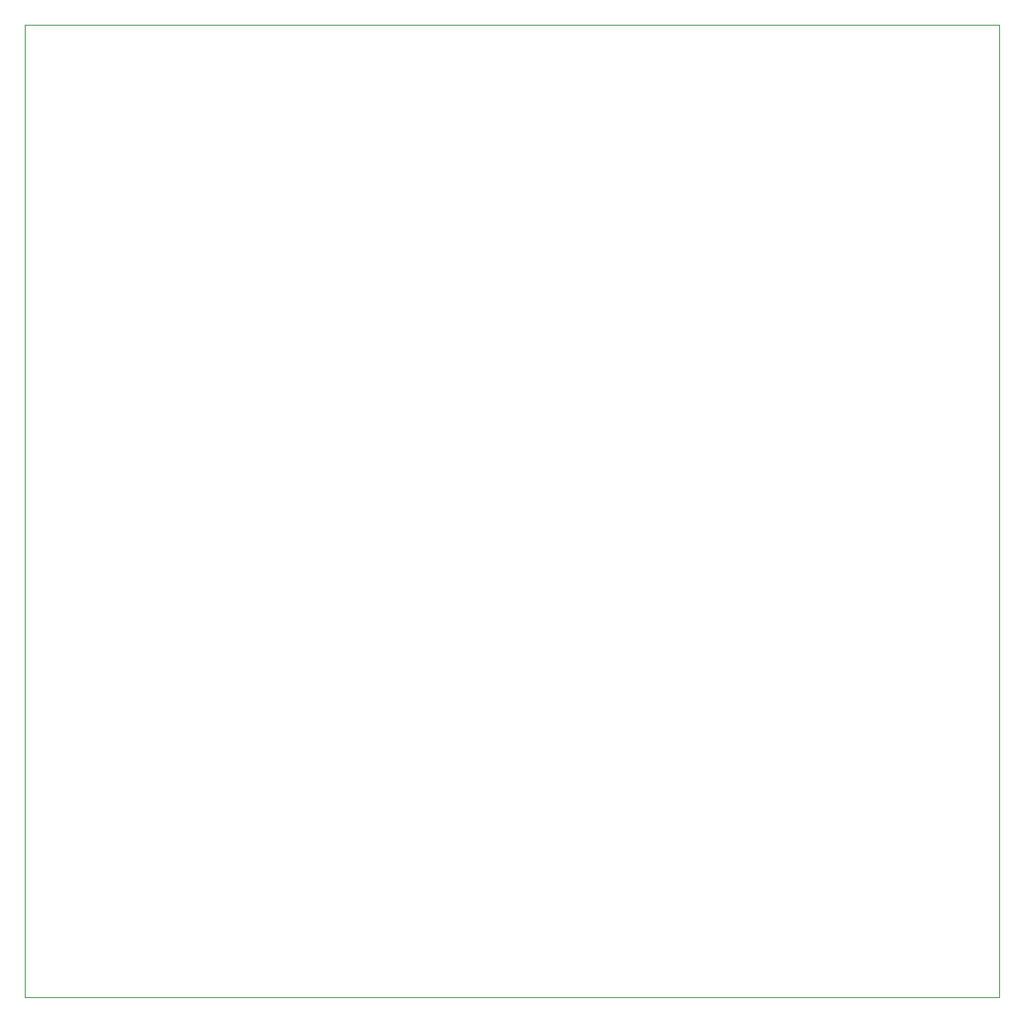
<source format=gbr>
%TF.GenerationSoftware,KiCad,Pcbnew,9.0.7*%
%TF.CreationDate,2026-02-20T03:41:17+09:00*%
%TF.ProjectId,YmmKeyboardMX,596d6d4b-6579-4626-9f61-72644d582e6b,rev?*%
%TF.SameCoordinates,Original*%
%TF.FileFunction,Profile,NP*%
%FSLAX46Y46*%
G04 Gerber Fmt 4.6, Leading zero omitted, Abs format (unit mm)*
G04 Created by KiCad (PCBNEW 9.0.7) date 2026-02-20 03:41:17*
%MOMM*%
%LPD*%
G01*
G04 APERTURE LIST*
%TA.AperFunction,Profile*%
%ADD10C,0.050000*%
%TD*%
G04 APERTURE END LIST*
D10*
X128940000Y-25070000D02*
X228800000Y-25070000D01*
X228800000Y-124760000D01*
X128940000Y-124760000D01*
X128940000Y-25070000D01*
M02*

</source>
